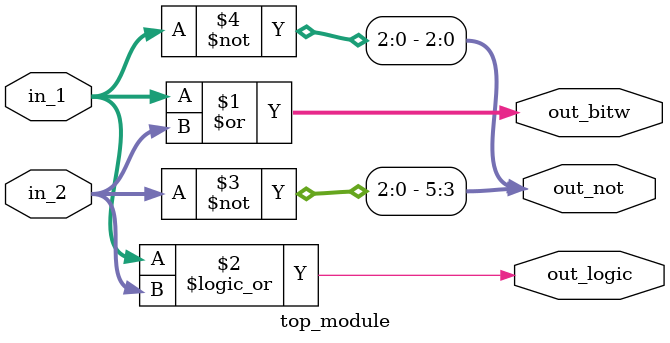
<source format=v>

module top_module(in_1, in_2, out_bitw, out_logic, out_not);

	input [2:0] in_1;
	input [2:0] in_2;
	output [2:0] out_bitw;
	output out_logic;
	output [5:0] out_not;

	assign out_bitw = in_1 | in_2;
	assign out_logic = in_1 || in_2;
	assign out_not[5:3] = ~in_2;
	assign out_not[2:0] = ~in_1;

endmodule

</source>
